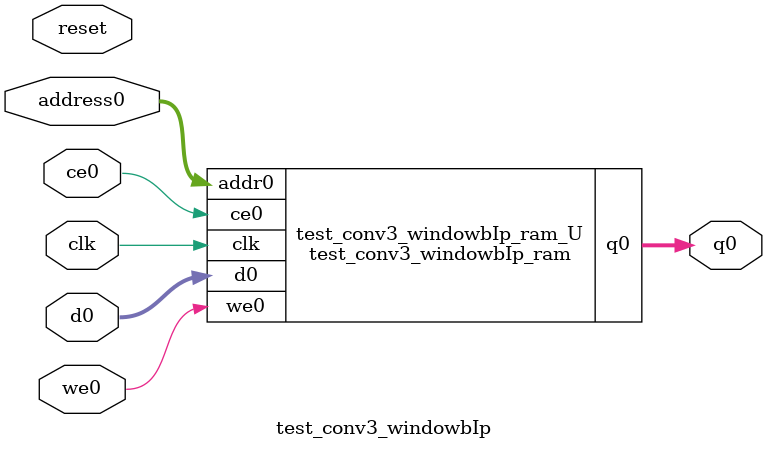
<source format=v>
`timescale 1 ns / 1 ps
module test_conv3_windowbIp_ram (addr0, ce0, d0, we0, q0,  clk);

parameter DWIDTH = 4;
parameter AWIDTH = 5;
parameter MEM_SIZE = 32;

input[AWIDTH-1:0] addr0;
input ce0;
input[DWIDTH-1:0] d0;
input we0;
output reg[DWIDTH-1:0] q0;
input clk;

(* ram_style = "distributed" *)reg [DWIDTH-1:0] ram[0:MEM_SIZE-1];




always @(posedge clk)  
begin 
    if (ce0) begin
        if (we0) 
            ram[addr0] <= d0; 
        q0 <= ram[addr0];
    end
end


endmodule

`timescale 1 ns / 1 ps
module test_conv3_windowbIp(
    reset,
    clk,
    address0,
    ce0,
    we0,
    d0,
    q0);

parameter DataWidth = 32'd4;
parameter AddressRange = 32'd32;
parameter AddressWidth = 32'd5;
input reset;
input clk;
input[AddressWidth - 1:0] address0;
input ce0;
input we0;
input[DataWidth - 1:0] d0;
output[DataWidth - 1:0] q0;



test_conv3_windowbIp_ram test_conv3_windowbIp_ram_U(
    .clk( clk ),
    .addr0( address0 ),
    .ce0( ce0 ),
    .we0( we0 ),
    .d0( d0 ),
    .q0( q0 ));

endmodule


</source>
